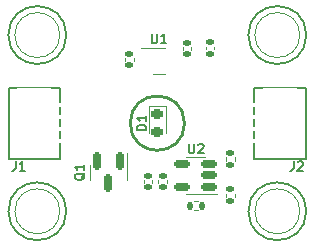
<source format=gto>
%TF.GenerationSoftware,KiCad,Pcbnew,7.0.2-6a45011f42~172~ubuntu22.04.1*%
%TF.CreationDate,2023-09-16T18:35:40-07:00*%
%TF.ProjectId,i_control_led,695f636f-6e74-4726-9f6c-5f6c65642e6b,rev?*%
%TF.SameCoordinates,Original*%
%TF.FileFunction,Legend,Top*%
%TF.FilePolarity,Positive*%
%FSLAX46Y46*%
G04 Gerber Fmt 4.6, Leading zero omitted, Abs format (unit mm)*
G04 Created by KiCad (PCBNEW 7.0.2-6a45011f42~172~ubuntu22.04.1) date 2023-09-16 18:35:40*
%MOMM*%
%LPD*%
G01*
G04 APERTURE LIST*
G04 Aperture macros list*
%AMRoundRect*
0 Rectangle with rounded corners*
0 $1 Rounding radius*
0 $2 $3 $4 $5 $6 $7 $8 $9 X,Y pos of 4 corners*
0 Add a 4 corners polygon primitive as box body*
4,1,4,$2,$3,$4,$5,$6,$7,$8,$9,$2,$3,0*
0 Add four circle primitives for the rounded corners*
1,1,$1+$1,$2,$3*
1,1,$1+$1,$4,$5*
1,1,$1+$1,$6,$7*
1,1,$1+$1,$8,$9*
0 Add four rect primitives between the rounded corners*
20,1,$1+$1,$2,$3,$4,$5,0*
20,1,$1+$1,$4,$5,$6,$7,0*
20,1,$1+$1,$6,$7,$8,$9,0*
20,1,$1+$1,$8,$9,$2,$3,0*%
G04 Aperture macros list end*
%ADD10C,0.250000*%
%ADD11C,0.160000*%
%ADD12C,0.050000*%
%ADD13C,0.150000*%
%ADD14C,0.120000*%
%ADD15C,3.570000*%
%ADD16RoundRect,0.218750X-0.256250X0.218750X-0.256250X-0.218750X0.256250X-0.218750X0.256250X0.218750X0*%
%ADD17R,3.000000X0.800000*%
%ADD18R,1.600000X0.400000*%
%ADD19RoundRect,0.135000X-0.185000X0.135000X-0.185000X-0.135000X0.185000X-0.135000X0.185000X0.135000X0*%
%ADD20RoundRect,0.150000X0.512500X0.150000X-0.512500X0.150000X-0.512500X-0.150000X0.512500X-0.150000X0*%
%ADD21RoundRect,0.140000X0.170000X-0.140000X0.170000X0.140000X-0.170000X0.140000X-0.170000X-0.140000X0*%
%ADD22R,0.500000X0.250000*%
%ADD23R,0.900000X1.600000*%
%ADD24RoundRect,0.135000X0.185000X-0.135000X0.185000X0.135000X-0.185000X0.135000X-0.185000X-0.135000X0*%
%ADD25RoundRect,0.135000X-0.135000X-0.185000X0.135000X-0.185000X0.135000X0.185000X-0.135000X0.185000X0*%
%ADD26RoundRect,0.140000X-0.170000X0.140000X-0.170000X-0.140000X0.170000X-0.140000X0.170000X0.140000X0*%
%ADD27RoundRect,0.150000X-0.150000X0.587500X-0.150000X-0.587500X0.150000X-0.587500X0.150000X0.587500X0*%
G04 APERTURE END LIST*
D10*
X65000000Y-60000000D02*
G75*
G03*
X65000000Y-60000000I-2300000J0D01*
G01*
D11*
%TO.C,D1*%
X61770095Y-60590475D02*
X60970095Y-60590475D01*
X60970095Y-60590475D02*
X60970095Y-60399999D01*
X60970095Y-60399999D02*
X61008190Y-60285713D01*
X61008190Y-60285713D02*
X61084380Y-60209523D01*
X61084380Y-60209523D02*
X61160571Y-60171428D01*
X61160571Y-60171428D02*
X61312952Y-60133332D01*
X61312952Y-60133332D02*
X61427238Y-60133332D01*
X61427238Y-60133332D02*
X61579619Y-60171428D01*
X61579619Y-60171428D02*
X61655809Y-60209523D01*
X61655809Y-60209523D02*
X61732000Y-60285713D01*
X61732000Y-60285713D02*
X61770095Y-60399999D01*
X61770095Y-60399999D02*
X61770095Y-60590475D01*
X61770095Y-59371428D02*
X61770095Y-59828571D01*
X61770095Y-59599999D02*
X60970095Y-59599999D01*
X60970095Y-59599999D02*
X61084380Y-59676190D01*
X61084380Y-59676190D02*
X61160571Y-59752380D01*
X61160571Y-59752380D02*
X61198666Y-59828571D01*
%TO.C,J1*%
X50713333Y-63210095D02*
X50713333Y-63781523D01*
X50713333Y-63781523D02*
X50675238Y-63895809D01*
X50675238Y-63895809D02*
X50599047Y-63972000D01*
X50599047Y-63972000D02*
X50484762Y-64010095D01*
X50484762Y-64010095D02*
X50408571Y-64010095D01*
X51513333Y-64010095D02*
X51056190Y-64010095D01*
X51284762Y-64010095D02*
X51284762Y-63210095D01*
X51284762Y-63210095D02*
X51208571Y-63324380D01*
X51208571Y-63324380D02*
X51132381Y-63400571D01*
X51132381Y-63400571D02*
X51056190Y-63438666D01*
%TO.C,J2*%
X74253333Y-63210095D02*
X74253333Y-63781523D01*
X74253333Y-63781523D02*
X74215238Y-63895809D01*
X74215238Y-63895809D02*
X74139047Y-63972000D01*
X74139047Y-63972000D02*
X74024762Y-64010095D01*
X74024762Y-64010095D02*
X73948571Y-64010095D01*
X74596190Y-63286285D02*
X74634286Y-63248190D01*
X74634286Y-63248190D02*
X74710476Y-63210095D01*
X74710476Y-63210095D02*
X74900952Y-63210095D01*
X74900952Y-63210095D02*
X74977143Y-63248190D01*
X74977143Y-63248190D02*
X75015238Y-63286285D01*
X75015238Y-63286285D02*
X75053333Y-63362476D01*
X75053333Y-63362476D02*
X75053333Y-63438666D01*
X75053333Y-63438666D02*
X75015238Y-63552952D01*
X75015238Y-63552952D02*
X74558095Y-64010095D01*
X74558095Y-64010095D02*
X75053333Y-64010095D01*
%TO.C,U2*%
X65365476Y-61745095D02*
X65365476Y-62392714D01*
X65365476Y-62392714D02*
X65403571Y-62468904D01*
X65403571Y-62468904D02*
X65441666Y-62507000D01*
X65441666Y-62507000D02*
X65517857Y-62545095D01*
X65517857Y-62545095D02*
X65670238Y-62545095D01*
X65670238Y-62545095D02*
X65746428Y-62507000D01*
X65746428Y-62507000D02*
X65784523Y-62468904D01*
X65784523Y-62468904D02*
X65822619Y-62392714D01*
X65822619Y-62392714D02*
X65822619Y-61745095D01*
X66165475Y-61821285D02*
X66203571Y-61783190D01*
X66203571Y-61783190D02*
X66279761Y-61745095D01*
X66279761Y-61745095D02*
X66470237Y-61745095D01*
X66470237Y-61745095D02*
X66546428Y-61783190D01*
X66546428Y-61783190D02*
X66584523Y-61821285D01*
X66584523Y-61821285D02*
X66622618Y-61897476D01*
X66622618Y-61897476D02*
X66622618Y-61973666D01*
X66622618Y-61973666D02*
X66584523Y-62087952D01*
X66584523Y-62087952D02*
X66127380Y-62545095D01*
X66127380Y-62545095D02*
X66622618Y-62545095D01*
%TO.C,U1*%
X62215476Y-52410095D02*
X62215476Y-53057714D01*
X62215476Y-53057714D02*
X62253571Y-53133904D01*
X62253571Y-53133904D02*
X62291666Y-53172000D01*
X62291666Y-53172000D02*
X62367857Y-53210095D01*
X62367857Y-53210095D02*
X62520238Y-53210095D01*
X62520238Y-53210095D02*
X62596428Y-53172000D01*
X62596428Y-53172000D02*
X62634523Y-53133904D01*
X62634523Y-53133904D02*
X62672619Y-53057714D01*
X62672619Y-53057714D02*
X62672619Y-52410095D01*
X63472618Y-53210095D02*
X63015475Y-53210095D01*
X63244047Y-53210095D02*
X63244047Y-52410095D01*
X63244047Y-52410095D02*
X63167856Y-52524380D01*
X63167856Y-52524380D02*
X63091666Y-52600571D01*
X63091666Y-52600571D02*
X63015475Y-52638666D01*
%TO.C,Q1*%
X56571285Y-64226190D02*
X56533190Y-64302380D01*
X56533190Y-64302380D02*
X56457000Y-64378571D01*
X56457000Y-64378571D02*
X56342714Y-64492857D01*
X56342714Y-64492857D02*
X56304619Y-64569047D01*
X56304619Y-64569047D02*
X56304619Y-64645238D01*
X56495095Y-64607142D02*
X56457000Y-64683333D01*
X56457000Y-64683333D02*
X56380809Y-64759523D01*
X56380809Y-64759523D02*
X56228428Y-64797619D01*
X56228428Y-64797619D02*
X55961761Y-64797619D01*
X55961761Y-64797619D02*
X55809380Y-64759523D01*
X55809380Y-64759523D02*
X55733190Y-64683333D01*
X55733190Y-64683333D02*
X55695095Y-64607142D01*
X55695095Y-64607142D02*
X55695095Y-64454761D01*
X55695095Y-64454761D02*
X55733190Y-64378571D01*
X55733190Y-64378571D02*
X55809380Y-64302380D01*
X55809380Y-64302380D02*
X55961761Y-64264285D01*
X55961761Y-64264285D02*
X56228428Y-64264285D01*
X56228428Y-64264285D02*
X56380809Y-64302380D01*
X56380809Y-64302380D02*
X56457000Y-64378571D01*
X56457000Y-64378571D02*
X56495095Y-64454761D01*
X56495095Y-64454761D02*
X56495095Y-64607142D01*
X56495095Y-63502381D02*
X56495095Y-63959524D01*
X56495095Y-63730952D02*
X55695095Y-63730952D01*
X55695095Y-63730952D02*
X55809380Y-63807143D01*
X55809380Y-63807143D02*
X55885571Y-63883333D01*
X55885571Y-63883333D02*
X55923666Y-63959524D01*
D12*
%TO.C,M1*%
X54440000Y-52540000D02*
G75*
G03*
X54440000Y-52540000I-1900000J0D01*
G01*
D13*
X54990000Y-52540000D02*
G75*
G03*
X54990000Y-52540000I-2450000J0D01*
G01*
D12*
%TO.C,M2*%
X74760000Y-52540000D02*
G75*
G03*
X74760000Y-52540000I-1900000J0D01*
G01*
D13*
X75310000Y-52540000D02*
G75*
G03*
X75310000Y-52540000I-2450000J0D01*
G01*
D12*
%TO.C,M3*%
X74760000Y-67460000D02*
G75*
G03*
X74760000Y-67460000I-1900000J0D01*
G01*
D13*
X75310000Y-67460000D02*
G75*
G03*
X75310000Y-67460000I-2450000J0D01*
G01*
D12*
%TO.C,M4*%
X54440000Y-67460000D02*
G75*
G03*
X54440000Y-67460000I-1900000J0D01*
G01*
D13*
X54990000Y-67460000D02*
G75*
G03*
X54990000Y-67460000I-2450000J0D01*
G01*
D14*
%TO.C,D1*%
X63435000Y-58515000D02*
X61965000Y-58515000D01*
X61965000Y-58515000D02*
X61965000Y-60800000D01*
X63435000Y-60800000D02*
X63435000Y-58515000D01*
D13*
%TO.C,J1*%
X54475000Y-63000000D02*
X50125000Y-63000000D01*
X50125000Y-60000000D02*
X50125000Y-63000000D01*
X50125000Y-57000000D02*
X50125000Y-60000000D01*
X50125000Y-57000000D02*
X54475000Y-57000000D01*
X54475000Y-57000000D02*
X54475000Y-63000000D01*
%TO.C,J2*%
X70925000Y-57000000D02*
X75275000Y-57000000D01*
X75275000Y-60000000D02*
X75275000Y-57000000D01*
X75275000Y-63000000D02*
X75275000Y-60000000D01*
X75275000Y-63000000D02*
X70925000Y-63000000D01*
X70925000Y-63000000D02*
X70925000Y-57000000D01*
D14*
%TO.C,R1*%
X69250000Y-62896359D02*
X69250000Y-63203641D01*
X68490000Y-62896359D02*
X68490000Y-63203641D01*
%TO.C,U2*%
X65962500Y-65985000D02*
X67762500Y-65985000D01*
X65962500Y-65985000D02*
X65162500Y-65985000D01*
X65962500Y-62865000D02*
X66762500Y-62865000D01*
X65962500Y-62865000D02*
X65162500Y-62865000D01*
%TO.C,C4*%
X62790000Y-65057836D02*
X62790000Y-64842164D01*
X63510000Y-65057836D02*
X63510000Y-64842164D01*
%TO.C,U1*%
X61325000Y-53620000D02*
X63325000Y-53620000D01*
X63325000Y-55860000D02*
X62325000Y-55860000D01*
%TO.C,C3*%
X66780000Y-53757836D02*
X66780000Y-53542164D01*
X67500000Y-53757836D02*
X67500000Y-53542164D01*
%TO.C,R3*%
X68500000Y-66273641D02*
X68500000Y-65966359D01*
X69260000Y-66273641D02*
X69260000Y-65966359D01*
%TO.C,R2*%
X65811359Y-66595000D02*
X66118641Y-66595000D01*
X65811359Y-67355000D02*
X66118641Y-67355000D01*
%TO.C,C1*%
X65560000Y-53557164D02*
X65560000Y-53772836D01*
X64840000Y-53557164D02*
X64840000Y-53772836D01*
%TO.C,C5*%
X61565000Y-65062836D02*
X61565000Y-64847164D01*
X62285000Y-65062836D02*
X62285000Y-64847164D01*
%TO.C,Q1*%
X60110000Y-64162500D02*
X60110000Y-62487500D01*
X60110000Y-64162500D02*
X60110000Y-64812500D01*
X56990000Y-64162500D02*
X56990000Y-63512500D01*
X56990000Y-64162500D02*
X56990000Y-64812500D01*
%TO.C,C2*%
X59970000Y-54737836D02*
X59970000Y-54522164D01*
X60690000Y-54737836D02*
X60690000Y-54522164D01*
%TD*%
%LPC*%
D15*
%TO.C,M1*%
X52540000Y-52540000D03*
%TD*%
%TO.C,M2*%
X72860000Y-52540000D03*
%TD*%
%TO.C,M3*%
X72860000Y-67460000D03*
%TD*%
%TO.C,M4*%
X52540000Y-67460000D03*
%TD*%
D16*
%TO.C,D1*%
X62700000Y-59212500D03*
X62700000Y-60787500D03*
%TD*%
D17*
%TO.C,J1*%
X52300000Y-62650000D03*
X52300000Y-57350000D03*
D18*
X54625000Y-58500000D03*
X54625000Y-59500000D03*
X54625000Y-60500000D03*
X54625000Y-61500000D03*
%TD*%
D17*
%TO.C,J2*%
X73100000Y-57350000D03*
X73100000Y-62650000D03*
D18*
X70775000Y-61500000D03*
X70775000Y-60500000D03*
X70775000Y-59500000D03*
X70775000Y-58500000D03*
%TD*%
D19*
%TO.C,R1*%
X68870000Y-62540000D03*
X68870000Y-63560000D03*
%TD*%
D20*
%TO.C,U2*%
X67100000Y-65375000D03*
X67100000Y-64425000D03*
X67100000Y-63475000D03*
X64825000Y-63475000D03*
X64825000Y-65375000D03*
%TD*%
D21*
%TO.C,C4*%
X63150000Y-65430000D03*
X63150000Y-64470000D03*
%TD*%
D22*
%TO.C,U1*%
X61875000Y-53990000D03*
X61875000Y-54490000D03*
X61875000Y-54990000D03*
X61875000Y-55490000D03*
X63775000Y-55490000D03*
X63775000Y-54990000D03*
X63775000Y-54490000D03*
X63775000Y-53990000D03*
D23*
X62825000Y-54740000D03*
%TD*%
D21*
%TO.C,C3*%
X67140000Y-54130000D03*
X67140000Y-53170000D03*
%TD*%
D24*
%TO.C,R3*%
X68880000Y-66630000D03*
X68880000Y-65610000D03*
%TD*%
D25*
%TO.C,R2*%
X65455000Y-66975000D03*
X66475000Y-66975000D03*
%TD*%
D26*
%TO.C,C1*%
X65200000Y-53185000D03*
X65200000Y-54145000D03*
%TD*%
D21*
%TO.C,C5*%
X61925000Y-65435000D03*
X61925000Y-64475000D03*
%TD*%
D27*
%TO.C,Q1*%
X59500000Y-63225000D03*
X57600000Y-63225000D03*
X58550000Y-65100000D03*
%TD*%
D21*
%TO.C,C2*%
X60330000Y-55110000D03*
X60330000Y-54150000D03*
%TD*%
%LPD*%
M02*

</source>
